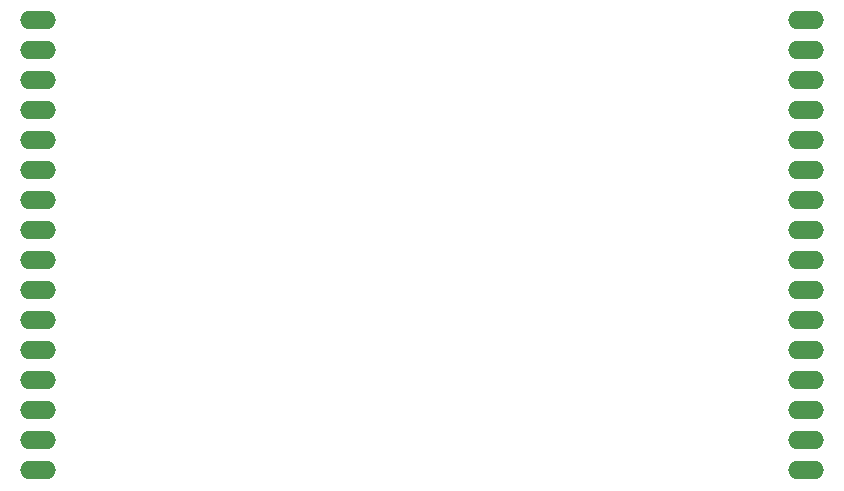
<source format=gbr>
%TF.GenerationSoftware,KiCad,Pcbnew,9.0.1*%
%TF.CreationDate,2025-05-06T23:50:29-04:00*%
%TF.ProjectId,classic-protoboard_18x24,636c6173-7369-4632-9d70-726f746f626f,rev?*%
%TF.SameCoordinates,Original*%
%TF.FileFunction,Paste,Bot*%
%TF.FilePolarity,Positive*%
%FSLAX46Y46*%
G04 Gerber Fmt 4.6, Leading zero omitted, Abs format (unit mm)*
G04 Created by KiCad (PCBNEW 9.0.1) date 2025-05-06 23:50:29*
%MOMM*%
%LPD*%
G01*
G04 APERTURE LIST*
%ADD10O,3.048000X1.524000*%
G04 APERTURE END LIST*
D10*
%TO.C,REF\u002A\u002A*%
X170590000Y-77790000D03*
%TD*%
%TO.C,REF\u002A\u002A*%
X105570000Y-98110000D03*
%TD*%
%TO.C,REF\u002A\u002A*%
X105570000Y-87950000D03*
%TD*%
%TO.C,REF\u002A\u002A*%
X170590000Y-87950000D03*
%TD*%
%TO.C,REF\u002A\u002A*%
X105570000Y-113350000D03*
%TD*%
%TO.C,REF\u002A\u002A*%
X105570000Y-110810000D03*
%TD*%
%TO.C,REF\u002A\u002A*%
X170590000Y-93030000D03*
%TD*%
%TO.C,REF\u002A\u002A*%
X105570000Y-115890000D03*
%TD*%
%TO.C,REF\u002A\u002A*%
X105570000Y-108270000D03*
%TD*%
%TO.C,REF\u002A\u002A*%
X170590000Y-95570000D03*
%TD*%
%TO.C,REF\u002A\u002A*%
X105570000Y-93030000D03*
%TD*%
%TO.C,REF\u002A\u002A*%
X170590000Y-85410000D03*
%TD*%
%TO.C,REF\u002A\u002A*%
X170590000Y-82870000D03*
%TD*%
%TO.C,REF\u002A\u002A*%
X170590000Y-103190000D03*
%TD*%
%TO.C,REF\u002A\u002A*%
X105570000Y-77790000D03*
%TD*%
%TO.C,REF\u002A\u002A*%
X105570000Y-95570000D03*
%TD*%
%TO.C,REF\u002A\u002A*%
X105570000Y-82870000D03*
%TD*%
%TO.C,REF\u002A\u002A*%
X105570000Y-103190000D03*
%TD*%
%TO.C,REF\u002A\u002A*%
X105570000Y-80330000D03*
%TD*%
%TO.C,REF\u002A\u002A*%
X170590000Y-98110000D03*
%TD*%
%TO.C,REF\u002A\u002A*%
X170590000Y-90490000D03*
%TD*%
%TO.C,REF\u002A\u002A*%
X170590000Y-108270000D03*
%TD*%
%TO.C,REF\u002A\u002A*%
X105570000Y-85410000D03*
%TD*%
%TO.C,REF\u002A\u002A*%
X170590000Y-113350000D03*
%TD*%
%TO.C,REF\u002A\u002A*%
X170590000Y-80330000D03*
%TD*%
%TO.C,REF\u002A\u002A*%
X170590000Y-105730000D03*
%TD*%
%TO.C,REF\u002A\u002A*%
X105570000Y-100650000D03*
%TD*%
%TO.C,REF\u002A\u002A*%
X105570000Y-105730000D03*
%TD*%
%TO.C,REF\u002A\u002A*%
X170590000Y-115890000D03*
%TD*%
%TO.C,REF\u002A\u002A*%
X105570000Y-90490000D03*
%TD*%
%TO.C,REF\u002A\u002A*%
X170590000Y-110810000D03*
%TD*%
%TO.C,REF\u002A\u002A*%
X170590000Y-100650000D03*
%TD*%
M02*

</source>
